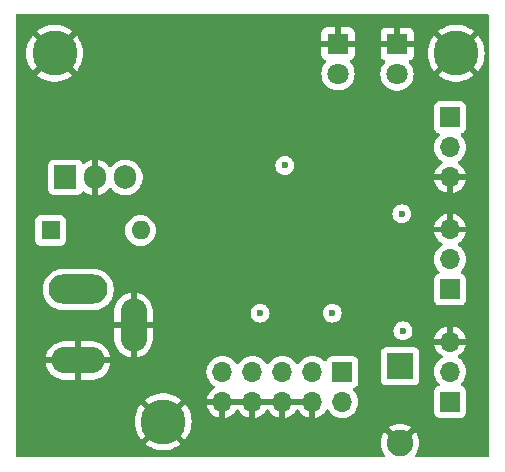
<source format=gbr>
%TF.GenerationSoftware,KiCad,Pcbnew,8.0.5*%
%TF.CreationDate,2024-11-04T19:37:10-07:00*%
%TF.ProjectId,ProjectPCB,50726f6a-6563-4745-9043-422e6b696361,rev?*%
%TF.SameCoordinates,Original*%
%TF.FileFunction,Copper,L2,Inr*%
%TF.FilePolarity,Positive*%
%FSLAX46Y46*%
G04 Gerber Fmt 4.6, Leading zero omitted, Abs format (unit mm)*
G04 Created by KiCad (PCBNEW 8.0.5) date 2024-11-04 19:37:10*
%MOMM*%
%LPD*%
G01*
G04 APERTURE LIST*
%TA.AperFunction,ComponentPad*%
%ADD10C,3.800000*%
%TD*%
%TA.AperFunction,ComponentPad*%
%ADD11O,5.000000X2.500000*%
%TD*%
%TA.AperFunction,ComponentPad*%
%ADD12O,4.500000X2.250000*%
%TD*%
%TA.AperFunction,ComponentPad*%
%ADD13O,2.250000X4.500000*%
%TD*%
%TA.AperFunction,ComponentPad*%
%ADD14R,1.700000X1.700000*%
%TD*%
%TA.AperFunction,ComponentPad*%
%ADD15O,1.700000X1.700000*%
%TD*%
%TA.AperFunction,ComponentPad*%
%ADD16R,2.250000X2.250000*%
%TD*%
%TA.AperFunction,ComponentPad*%
%ADD17C,2.250000*%
%TD*%
%TA.AperFunction,ComponentPad*%
%ADD18R,1.600000X1.600000*%
%TD*%
%TA.AperFunction,ComponentPad*%
%ADD19O,1.600000X1.600000*%
%TD*%
%TA.AperFunction,ComponentPad*%
%ADD20R,1.905000X2.000000*%
%TD*%
%TA.AperFunction,ComponentPad*%
%ADD21O,1.905000X2.000000*%
%TD*%
%TA.AperFunction,ComponentPad*%
%ADD22R,1.800000X1.800000*%
%TD*%
%TA.AperFunction,ComponentPad*%
%ADD23C,1.800000*%
%TD*%
%TA.AperFunction,ViaPad*%
%ADD24C,0.600000*%
%TD*%
G04 APERTURE END LIST*
D10*
%TO.N,GND*%
%TO.C,H3*%
X158000000Y-86000000D03*
%TD*%
%TO.N,GND*%
%TO.C,H2*%
X133200000Y-117200000D03*
%TD*%
%TO.N,GND*%
%TO.C,H1*%
X124000000Y-86000000D03*
%TD*%
D11*
%TO.N,Net-(SW2-A)*%
%TO.C,J5*%
X126000000Y-106000000D03*
D12*
%TO.N,GND*%
X126000000Y-112000000D03*
D13*
X130700000Y-109000000D03*
%TD*%
D14*
%TO.N,Net-(J3-Pin_1)*%
%TO.C,J3*%
X157500000Y-106000000D03*
D15*
%TO.N,Net-(J3-Pin_2)*%
X157500000Y-103460000D03*
%TO.N,GND*%
X157500000Y-100920000D03*
%TD*%
D16*
%TO.N,Net-(J1-Pin_5)*%
%TO.C,SW1*%
X153250000Y-112500000D03*
D17*
%TO.N,GND*%
X153250000Y-119000000D03*
%TD*%
D18*
%TO.N,Net-(SW2-A)*%
%TO.C,SW2*%
X123660000Y-101000000D03*
D19*
%TO.N,Net-(SW2-B)*%
X131280000Y-101000000D03*
%TD*%
D14*
%TO.N,Net-(J1-Pin_1)*%
%TO.C,J1*%
X148375000Y-112975000D03*
D15*
%TO.N,+5V*%
X148375000Y-115515000D03*
%TO.N,unconnected-(J1-Pin_3-Pad3)*%
X145835000Y-112975000D03*
%TO.N,GND*%
X145835000Y-115515000D03*
%TO.N,Net-(J1-Pin_5)*%
X143295000Y-112975000D03*
%TO.N,GND*%
X143295000Y-115515000D03*
%TO.N,Net-(J1-Pin_7)*%
X140755000Y-112975000D03*
%TO.N,GND*%
X140755000Y-115515000D03*
%TO.N,Net-(J1-Pin_9)*%
X138215000Y-112975000D03*
%TO.N,GND*%
X138215000Y-115515000D03*
%TD*%
D20*
%TO.N,Net-(SW2-B)*%
%TO.C,U2*%
X124920000Y-96500000D03*
D21*
%TO.N,GND*%
X127460000Y-96500000D03*
%TO.N,+5V*%
X130000000Y-96500000D03*
%TD*%
D14*
%TO.N,+5V*%
%TO.C,J2*%
X157500000Y-115500000D03*
D15*
%TO.N,Net-(J2-Pin_2)*%
X157500000Y-112960000D03*
%TO.N,GND*%
X157500000Y-110420000D03*
%TD*%
D22*
%TO.N,GND*%
%TO.C,D2*%
X153000000Y-85225000D03*
D23*
%TO.N,Net-(D2-A)*%
X153000000Y-87765000D03*
%TD*%
D22*
%TO.N,GND*%
%TO.C,D1*%
X148000000Y-85185000D03*
D23*
%TO.N,Net-(D1-A)*%
X148000000Y-87725000D03*
%TD*%
D14*
%TO.N,Net-(J4-Pin_1)*%
%TO.C,J4*%
X157500000Y-91420000D03*
D15*
%TO.N,+5V*%
X157500000Y-93960000D03*
%TO.N,GND*%
X157500000Y-96500000D03*
%TD*%
D24*
%TO.N,GND*%
X141500000Y-95500000D03*
X143400000Y-108000000D03*
%TO.N,+5V*%
X141400000Y-108000000D03*
X143500000Y-95500000D03*
X153400000Y-99600000D03*
X153500000Y-109500000D03*
%TO.N,Net-(J2-Pin_2)*%
X147500000Y-108000000D03*
%TD*%
%TA.AperFunction,Conductor*%
%TO.N,GND*%
G36*
X140289075Y-115322007D02*
G01*
X140255000Y-115449174D01*
X140255000Y-115580826D01*
X140289075Y-115707993D01*
X140321988Y-115765000D01*
X138648012Y-115765000D01*
X138680925Y-115707993D01*
X138715000Y-115580826D01*
X138715000Y-115449174D01*
X138680925Y-115322007D01*
X138648012Y-115265000D01*
X140321988Y-115265000D01*
X140289075Y-115322007D01*
G37*
%TD.AperFunction*%
%TA.AperFunction,Conductor*%
G36*
X142829075Y-115322007D02*
G01*
X142795000Y-115449174D01*
X142795000Y-115580826D01*
X142829075Y-115707993D01*
X142861988Y-115765000D01*
X141188012Y-115765000D01*
X141220925Y-115707993D01*
X141255000Y-115580826D01*
X141255000Y-115449174D01*
X141220925Y-115322007D01*
X141188012Y-115265000D01*
X142861988Y-115265000D01*
X142829075Y-115322007D01*
G37*
%TD.AperFunction*%
%TA.AperFunction,Conductor*%
G36*
X145369075Y-115322007D02*
G01*
X145335000Y-115449174D01*
X145335000Y-115580826D01*
X145369075Y-115707993D01*
X145401988Y-115765000D01*
X143728012Y-115765000D01*
X143760925Y-115707993D01*
X143795000Y-115580826D01*
X143795000Y-115449174D01*
X143760925Y-115322007D01*
X143728012Y-115265000D01*
X145401988Y-115265000D01*
X145369075Y-115322007D01*
G37*
%TD.AperFunction*%
%TA.AperFunction,Conductor*%
G36*
X160742539Y-82720185D02*
G01*
X160788294Y-82772989D01*
X160799500Y-82824500D01*
X160799500Y-120075500D01*
X160779815Y-120142539D01*
X160727011Y-120188294D01*
X160675500Y-120199500D01*
X154631524Y-120199500D01*
X154564485Y-120179815D01*
X154518730Y-120127011D01*
X154508786Y-120057853D01*
X154537233Y-119994969D01*
X154568720Y-119958101D01*
X154568721Y-119958100D01*
X154702363Y-119740015D01*
X154702365Y-119740012D01*
X154800247Y-119503702D01*
X154859957Y-119254989D01*
X154880024Y-119000000D01*
X154859957Y-118745010D01*
X154800247Y-118496297D01*
X154702365Y-118259987D01*
X154702363Y-118259984D01*
X154568719Y-118041897D01*
X154565465Y-118038087D01*
X153851041Y-118752510D01*
X153826022Y-118692110D01*
X153754888Y-118585649D01*
X153664351Y-118495112D01*
X153557890Y-118423978D01*
X153497488Y-118398958D01*
X154211912Y-117684533D01*
X154208107Y-117681284D01*
X154208098Y-117681277D01*
X153990015Y-117547636D01*
X153990012Y-117547634D01*
X153753702Y-117449752D01*
X153504988Y-117390042D01*
X153504989Y-117390042D01*
X153250000Y-117369975D01*
X152995010Y-117390042D01*
X152746297Y-117449752D01*
X152509987Y-117547634D01*
X152509984Y-117547636D01*
X152291893Y-117681282D01*
X152288086Y-117684532D01*
X153002512Y-118398958D01*
X152942110Y-118423978D01*
X152835649Y-118495112D01*
X152745112Y-118585649D01*
X152673978Y-118692110D01*
X152648958Y-118752512D01*
X151934532Y-118038086D01*
X151931282Y-118041893D01*
X151797636Y-118259984D01*
X151797634Y-118259987D01*
X151699752Y-118496297D01*
X151640042Y-118745010D01*
X151619975Y-119000000D01*
X151640042Y-119254989D01*
X151699752Y-119503702D01*
X151797634Y-119740012D01*
X151797636Y-119740015D01*
X151931278Y-119958100D01*
X151931279Y-119958101D01*
X151962767Y-119994969D01*
X151991337Y-120058730D01*
X151980899Y-120127816D01*
X151934768Y-120180292D01*
X151868476Y-120199500D01*
X120824500Y-120199500D01*
X120757461Y-120179815D01*
X120711706Y-120127011D01*
X120700500Y-120075500D01*
X120700500Y-117199994D01*
X130795255Y-117199994D01*
X130795255Y-117200005D01*
X130814215Y-117501383D01*
X130814216Y-117501390D01*
X130870805Y-117798040D01*
X130964125Y-118085247D01*
X130964127Y-118085252D01*
X131092704Y-118358491D01*
X131092707Y-118358497D01*
X131254516Y-118613469D01*
X131335311Y-118711133D01*
X132263708Y-117782736D01*
X132360967Y-117916602D01*
X132483398Y-118039033D01*
X132617262Y-118136290D01*
X131686564Y-119066987D01*
X131686565Y-119066989D01*
X131911461Y-119230385D01*
X131911479Y-119230397D01*
X132176109Y-119375878D01*
X132176117Y-119375882D01*
X132456889Y-119487047D01*
X132456892Y-119487048D01*
X132749399Y-119562150D01*
X133048995Y-119599999D01*
X133049007Y-119600000D01*
X133350993Y-119600000D01*
X133351004Y-119599999D01*
X133650600Y-119562150D01*
X133943107Y-119487048D01*
X133943110Y-119487047D01*
X134223882Y-119375882D01*
X134223890Y-119375878D01*
X134488520Y-119230397D01*
X134488530Y-119230390D01*
X134713433Y-119066987D01*
X134713434Y-119066987D01*
X133782737Y-118136290D01*
X133916602Y-118039033D01*
X134039033Y-117916602D01*
X134136290Y-117782737D01*
X135064687Y-118711134D01*
X135145486Y-118613464D01*
X135307292Y-118358497D01*
X135307295Y-118358491D01*
X135435872Y-118085252D01*
X135435874Y-118085247D01*
X135529194Y-117798040D01*
X135585783Y-117501390D01*
X135585784Y-117501383D01*
X135604745Y-117200005D01*
X135604745Y-117199994D01*
X135585784Y-116898616D01*
X135585783Y-116898609D01*
X135529194Y-116601959D01*
X135435874Y-116314752D01*
X135435872Y-116314747D01*
X135307295Y-116041508D01*
X135307292Y-116041502D01*
X135145483Y-115786530D01*
X135064686Y-115688864D01*
X134136289Y-116617261D01*
X134039033Y-116483398D01*
X133916602Y-116360967D01*
X133782736Y-116263709D01*
X134713434Y-115333011D01*
X134713433Y-115333009D01*
X134488538Y-115169614D01*
X134488520Y-115169602D01*
X134223890Y-115024121D01*
X134223882Y-115024117D01*
X133943110Y-114912952D01*
X133943107Y-114912951D01*
X133650600Y-114837849D01*
X133351004Y-114800000D01*
X133048995Y-114800000D01*
X132749399Y-114837849D01*
X132456892Y-114912951D01*
X132456889Y-114912952D01*
X132176117Y-115024117D01*
X132176109Y-115024121D01*
X131911476Y-115169604D01*
X131911471Y-115169607D01*
X131686565Y-115333010D01*
X131686564Y-115333011D01*
X132617262Y-116263709D01*
X132483398Y-116360967D01*
X132360967Y-116483398D01*
X132263709Y-116617262D01*
X131335311Y-115688864D01*
X131254520Y-115786525D01*
X131254518Y-115786528D01*
X131092707Y-116041502D01*
X131092704Y-116041508D01*
X130964127Y-116314747D01*
X130964125Y-116314752D01*
X130870805Y-116601959D01*
X130814216Y-116898609D01*
X130814215Y-116898616D01*
X130795255Y-117199994D01*
X120700500Y-117199994D01*
X120700500Y-111750000D01*
X123269340Y-111750000D01*
X124566988Y-111750000D01*
X124534075Y-111807007D01*
X124500000Y-111934174D01*
X124500000Y-112065826D01*
X124534075Y-112192993D01*
X124566988Y-112250000D01*
X123269340Y-112250000D01*
X123290013Y-112380523D01*
X123369051Y-112623781D01*
X123369052Y-112623784D01*
X123485175Y-112851686D01*
X123635521Y-113058619D01*
X123816380Y-113239478D01*
X124023313Y-113389824D01*
X124251215Y-113505947D01*
X124251218Y-113505948D01*
X124494476Y-113584986D01*
X124747111Y-113625000D01*
X125750000Y-113625000D01*
X125750000Y-112500000D01*
X126250000Y-112500000D01*
X126250000Y-113625000D01*
X127252889Y-113625000D01*
X127505523Y-113584986D01*
X127748781Y-113505948D01*
X127748784Y-113505947D01*
X127976686Y-113389824D01*
X128183619Y-113239478D01*
X128364478Y-113058619D01*
X128425232Y-112974999D01*
X136859341Y-112974999D01*
X136859341Y-112975000D01*
X136879936Y-113210403D01*
X136879938Y-113210413D01*
X136941094Y-113438655D01*
X136941096Y-113438659D01*
X136941097Y-113438663D01*
X136972473Y-113505948D01*
X137040965Y-113652830D01*
X137040967Y-113652834D01*
X137149281Y-113807521D01*
X137176501Y-113846396D01*
X137176506Y-113846402D01*
X137343597Y-114013493D01*
X137343603Y-114013498D01*
X137420480Y-114067328D01*
X137444777Y-114084341D01*
X137529594Y-114143730D01*
X137573219Y-114198307D01*
X137580413Y-114267805D01*
X137548890Y-114330160D01*
X137529595Y-114346880D01*
X137343922Y-114476890D01*
X137343920Y-114476891D01*
X137176891Y-114643920D01*
X137176886Y-114643926D01*
X137041400Y-114837420D01*
X137041399Y-114837422D01*
X136941570Y-115051507D01*
X136941567Y-115051513D01*
X136884364Y-115264999D01*
X136884364Y-115265000D01*
X137781988Y-115265000D01*
X137749075Y-115322007D01*
X137715000Y-115449174D01*
X137715000Y-115580826D01*
X137749075Y-115707993D01*
X137781988Y-115765000D01*
X136884364Y-115765000D01*
X136941567Y-115978486D01*
X136941570Y-115978492D01*
X137041399Y-116192578D01*
X137176894Y-116386082D01*
X137343917Y-116553105D01*
X137537421Y-116688600D01*
X137751507Y-116788429D01*
X137751516Y-116788433D01*
X137965000Y-116845634D01*
X137965000Y-115948012D01*
X138022007Y-115980925D01*
X138149174Y-116015000D01*
X138280826Y-116015000D01*
X138407993Y-115980925D01*
X138465000Y-115948012D01*
X138465000Y-116845633D01*
X138678483Y-116788433D01*
X138678492Y-116788429D01*
X138892578Y-116688600D01*
X139086082Y-116553105D01*
X139253105Y-116386082D01*
X139383425Y-116199968D01*
X139438002Y-116156344D01*
X139507501Y-116149151D01*
X139569855Y-116180673D01*
X139586575Y-116199968D01*
X139716894Y-116386082D01*
X139883917Y-116553105D01*
X140077421Y-116688600D01*
X140291507Y-116788429D01*
X140291516Y-116788433D01*
X140505000Y-116845634D01*
X140505000Y-115948012D01*
X140562007Y-115980925D01*
X140689174Y-116015000D01*
X140820826Y-116015000D01*
X140947993Y-115980925D01*
X141005000Y-115948012D01*
X141005000Y-116845633D01*
X141218483Y-116788433D01*
X141218492Y-116788429D01*
X141432578Y-116688600D01*
X141626082Y-116553105D01*
X141793105Y-116386082D01*
X141923425Y-116199968D01*
X141978002Y-116156344D01*
X142047501Y-116149151D01*
X142109855Y-116180673D01*
X142126575Y-116199968D01*
X142256894Y-116386082D01*
X142423917Y-116553105D01*
X142617421Y-116688600D01*
X142831507Y-116788429D01*
X142831516Y-116788433D01*
X143045000Y-116845634D01*
X143045000Y-115948012D01*
X143102007Y-115980925D01*
X143229174Y-116015000D01*
X143360826Y-116015000D01*
X143487993Y-115980925D01*
X143545000Y-115948012D01*
X143545000Y-116845633D01*
X143758483Y-116788433D01*
X143758492Y-116788429D01*
X143972578Y-116688600D01*
X144166082Y-116553105D01*
X144333105Y-116386082D01*
X144463425Y-116199968D01*
X144518002Y-116156344D01*
X144587501Y-116149151D01*
X144649855Y-116180673D01*
X144666575Y-116199968D01*
X144796894Y-116386082D01*
X144963917Y-116553105D01*
X145157421Y-116688600D01*
X145371507Y-116788429D01*
X145371516Y-116788433D01*
X145585000Y-116845634D01*
X145585000Y-115948012D01*
X145642007Y-115980925D01*
X145769174Y-116015000D01*
X145900826Y-116015000D01*
X146027993Y-115980925D01*
X146085000Y-115948012D01*
X146085000Y-116845633D01*
X146298483Y-116788433D01*
X146298492Y-116788429D01*
X146512578Y-116688600D01*
X146706082Y-116553105D01*
X146873105Y-116386082D01*
X147003119Y-116200405D01*
X147057696Y-116156781D01*
X147127195Y-116149588D01*
X147189549Y-116181110D01*
X147206269Y-116200405D01*
X147336505Y-116386401D01*
X147503599Y-116553495D01*
X147572813Y-116601959D01*
X147697165Y-116689032D01*
X147697167Y-116689033D01*
X147697170Y-116689035D01*
X147911337Y-116788903D01*
X148139592Y-116850063D01*
X148327918Y-116866539D01*
X148374999Y-116870659D01*
X148375000Y-116870659D01*
X148375001Y-116870659D01*
X148414234Y-116867226D01*
X148610408Y-116850063D01*
X148838663Y-116788903D01*
X149052830Y-116689035D01*
X149246401Y-116553495D01*
X149413495Y-116386401D01*
X149549035Y-116192830D01*
X149648903Y-115978663D01*
X149710063Y-115750408D01*
X149730659Y-115515000D01*
X149710063Y-115279592D01*
X149648903Y-115051337D01*
X149549035Y-114837171D01*
X149543730Y-114829595D01*
X149413496Y-114643600D01*
X149372012Y-114602116D01*
X149291567Y-114521671D01*
X149258084Y-114460351D01*
X149263068Y-114390659D01*
X149304939Y-114334725D01*
X149335915Y-114317810D01*
X149467331Y-114268796D01*
X149582546Y-114182546D01*
X149668796Y-114067331D01*
X149719091Y-113932483D01*
X149725500Y-113872873D01*
X149725499Y-112077128D01*
X149719091Y-112017517D01*
X149717810Y-112014083D01*
X149668797Y-111882671D01*
X149668793Y-111882664D01*
X149582547Y-111767455D01*
X149582544Y-111767452D01*
X149467335Y-111681206D01*
X149467328Y-111681202D01*
X149332482Y-111630908D01*
X149332483Y-111630908D01*
X149272883Y-111624501D01*
X149272881Y-111624500D01*
X149272873Y-111624500D01*
X149272864Y-111624500D01*
X147477129Y-111624500D01*
X147477123Y-111624501D01*
X147417516Y-111630908D01*
X147282671Y-111681202D01*
X147282664Y-111681206D01*
X147167455Y-111767452D01*
X147167452Y-111767455D01*
X147081206Y-111882664D01*
X147081203Y-111882669D01*
X147032189Y-112014083D01*
X146990317Y-112070016D01*
X146924853Y-112094433D01*
X146856580Y-112079581D01*
X146828326Y-112058430D01*
X146706402Y-111936506D01*
X146706395Y-111936501D01*
X146512834Y-111800967D01*
X146512830Y-111800965D01*
X146456181Y-111774549D01*
X146298663Y-111701097D01*
X146298659Y-111701096D01*
X146298655Y-111701094D01*
X146070413Y-111639938D01*
X146070403Y-111639936D01*
X145835001Y-111619341D01*
X145834999Y-111619341D01*
X145599596Y-111639936D01*
X145599586Y-111639938D01*
X145371344Y-111701094D01*
X145371335Y-111701098D01*
X145157171Y-111800964D01*
X145157169Y-111800965D01*
X144963597Y-111936505D01*
X144796505Y-112103597D01*
X144666575Y-112289158D01*
X144611998Y-112332783D01*
X144542500Y-112339977D01*
X144480145Y-112308454D01*
X144463425Y-112289158D01*
X144333494Y-112103597D01*
X144166402Y-111936506D01*
X144166395Y-111936501D01*
X143972834Y-111800967D01*
X143972830Y-111800965D01*
X143916181Y-111774549D01*
X143758663Y-111701097D01*
X143758659Y-111701096D01*
X143758655Y-111701094D01*
X143530413Y-111639938D01*
X143530403Y-111639936D01*
X143295001Y-111619341D01*
X143294999Y-111619341D01*
X143059596Y-111639936D01*
X143059586Y-111639938D01*
X142831344Y-111701094D01*
X142831335Y-111701098D01*
X142617171Y-111800964D01*
X142617169Y-111800965D01*
X142423597Y-111936505D01*
X142256505Y-112103597D01*
X142126575Y-112289158D01*
X142071998Y-112332783D01*
X142002500Y-112339977D01*
X141940145Y-112308454D01*
X141923425Y-112289158D01*
X141793494Y-112103597D01*
X141626402Y-111936506D01*
X141626395Y-111936501D01*
X141432834Y-111800967D01*
X141432830Y-111800965D01*
X141376181Y-111774549D01*
X141218663Y-111701097D01*
X141218659Y-111701096D01*
X141218655Y-111701094D01*
X140990413Y-111639938D01*
X140990403Y-111639936D01*
X140755001Y-111619341D01*
X140754999Y-111619341D01*
X140519596Y-111639936D01*
X140519586Y-111639938D01*
X140291344Y-111701094D01*
X140291335Y-111701098D01*
X140077171Y-111800964D01*
X140077169Y-111800965D01*
X139883597Y-111936505D01*
X139716505Y-112103597D01*
X139586575Y-112289158D01*
X139531998Y-112332783D01*
X139462500Y-112339977D01*
X139400145Y-112308454D01*
X139383425Y-112289158D01*
X139253494Y-112103597D01*
X139086402Y-111936506D01*
X139086395Y-111936501D01*
X138892834Y-111800967D01*
X138892830Y-111800965D01*
X138836181Y-111774549D01*
X138678663Y-111701097D01*
X138678659Y-111701096D01*
X138678655Y-111701094D01*
X138450413Y-111639938D01*
X138450403Y-111639936D01*
X138215001Y-111619341D01*
X138214999Y-111619341D01*
X137979596Y-111639936D01*
X137979586Y-111639938D01*
X137751344Y-111701094D01*
X137751335Y-111701098D01*
X137537171Y-111800964D01*
X137537169Y-111800965D01*
X137343597Y-111936505D01*
X137176505Y-112103597D01*
X137040965Y-112297169D01*
X137040964Y-112297171D01*
X136941098Y-112511335D01*
X136941094Y-112511344D01*
X136879938Y-112739586D01*
X136879936Y-112739596D01*
X136859341Y-112974999D01*
X128425232Y-112974999D01*
X128514824Y-112851686D01*
X128630947Y-112623784D01*
X128630948Y-112623781D01*
X128709986Y-112380523D01*
X128730660Y-112250000D01*
X127433012Y-112250000D01*
X127465925Y-112192993D01*
X127500000Y-112065826D01*
X127500000Y-111934174D01*
X127465925Y-111807007D01*
X127433012Y-111750000D01*
X128730660Y-111750000D01*
X128709986Y-111619476D01*
X128630948Y-111376218D01*
X128630947Y-111376215D01*
X128514824Y-111148313D01*
X128364478Y-110941380D01*
X128183619Y-110760521D01*
X127976686Y-110610175D01*
X127748784Y-110494052D01*
X127748781Y-110494051D01*
X127505523Y-110415013D01*
X127252889Y-110375000D01*
X126250000Y-110375000D01*
X126250000Y-111500000D01*
X125750000Y-111500000D01*
X125750000Y-110375000D01*
X124747111Y-110375000D01*
X124494476Y-110415013D01*
X124251218Y-110494051D01*
X124251215Y-110494052D01*
X124023313Y-110610175D01*
X123816380Y-110760521D01*
X123635521Y-110941380D01*
X123485175Y-111148313D01*
X123369052Y-111376215D01*
X123369051Y-111376218D01*
X123290013Y-111619476D01*
X123269340Y-111750000D01*
X120700500Y-111750000D01*
X120700500Y-105885258D01*
X122999500Y-105885258D01*
X122999500Y-106114741D01*
X123019854Y-106269339D01*
X123029452Y-106342238D01*
X123088842Y-106563887D01*
X123176650Y-106775876D01*
X123176657Y-106775890D01*
X123291392Y-106974617D01*
X123431081Y-107156661D01*
X123431089Y-107156670D01*
X123593330Y-107318911D01*
X123593338Y-107318918D01*
X123775382Y-107458607D01*
X123775385Y-107458608D01*
X123775388Y-107458611D01*
X123974112Y-107573344D01*
X123974117Y-107573346D01*
X123974123Y-107573349D01*
X124038226Y-107599901D01*
X124186113Y-107661158D01*
X124407762Y-107720548D01*
X124635266Y-107750500D01*
X124635273Y-107750500D01*
X127364727Y-107750500D01*
X127364734Y-107750500D01*
X127390483Y-107747110D01*
X129075000Y-107747110D01*
X129075000Y-108750000D01*
X130200000Y-108750000D01*
X130200000Y-109250000D01*
X129075000Y-109250000D01*
X129075000Y-110252889D01*
X129115013Y-110505523D01*
X129194051Y-110748781D01*
X129194052Y-110748784D01*
X129310175Y-110976686D01*
X129460521Y-111183619D01*
X129641380Y-111364478D01*
X129848313Y-111514824D01*
X130076215Y-111630947D01*
X130076218Y-111630948D01*
X130319475Y-111709986D01*
X130450000Y-111730659D01*
X130450000Y-110433012D01*
X130507007Y-110465925D01*
X130634174Y-110500000D01*
X130765826Y-110500000D01*
X130892993Y-110465925D01*
X130950000Y-110433012D01*
X130950000Y-111730658D01*
X131080522Y-111709986D01*
X131080525Y-111709986D01*
X131323781Y-111630948D01*
X131323784Y-111630947D01*
X131551686Y-111514824D01*
X131758619Y-111364478D01*
X131795962Y-111327135D01*
X151624500Y-111327135D01*
X151624500Y-113672870D01*
X151624501Y-113672876D01*
X151630908Y-113732483D01*
X151681202Y-113867328D01*
X151681206Y-113867335D01*
X151767452Y-113982544D01*
X151767455Y-113982547D01*
X151882664Y-114068793D01*
X151882671Y-114068797D01*
X152017517Y-114119091D01*
X152017516Y-114119091D01*
X152024444Y-114119835D01*
X152077127Y-114125500D01*
X154422872Y-114125499D01*
X154482483Y-114119091D01*
X154617331Y-114068796D01*
X154732546Y-113982546D01*
X154818796Y-113867331D01*
X154869091Y-113732483D01*
X154875500Y-113672873D01*
X154875500Y-112959999D01*
X156144341Y-112959999D01*
X156144341Y-112960000D01*
X156164936Y-113195403D01*
X156164938Y-113195413D01*
X156226094Y-113423655D01*
X156226096Y-113423659D01*
X156226097Y-113423663D01*
X156301323Y-113584986D01*
X156325965Y-113637830D01*
X156325967Y-113637834D01*
X156434281Y-113792521D01*
X156461501Y-113831396D01*
X156461506Y-113831402D01*
X156583430Y-113953326D01*
X156616915Y-114014649D01*
X156611931Y-114084341D01*
X156570059Y-114140274D01*
X156539083Y-114157189D01*
X156407669Y-114206203D01*
X156407664Y-114206206D01*
X156292455Y-114292452D01*
X156292452Y-114292455D01*
X156206206Y-114407664D01*
X156206202Y-114407671D01*
X156155908Y-114542517D01*
X156149501Y-114602116D01*
X156149501Y-114602123D01*
X156149500Y-114602135D01*
X156149500Y-116397870D01*
X156149501Y-116397876D01*
X156155908Y-116457483D01*
X156206202Y-116592328D01*
X156206206Y-116592335D01*
X156292452Y-116707544D01*
X156292455Y-116707547D01*
X156407664Y-116793793D01*
X156407671Y-116793797D01*
X156542517Y-116844091D01*
X156542516Y-116844091D01*
X156549444Y-116844835D01*
X156602127Y-116850500D01*
X158397872Y-116850499D01*
X158457483Y-116844091D01*
X158592331Y-116793796D01*
X158707546Y-116707546D01*
X158793796Y-116592331D01*
X158844091Y-116457483D01*
X158850500Y-116397873D01*
X158850499Y-114602128D01*
X158844091Y-114542517D01*
X158825778Y-114493418D01*
X158793797Y-114407671D01*
X158793793Y-114407664D01*
X158707547Y-114292455D01*
X158707544Y-114292452D01*
X158592335Y-114206206D01*
X158592328Y-114206202D01*
X158460917Y-114157189D01*
X158404983Y-114115318D01*
X158380566Y-114049853D01*
X158395418Y-113981580D01*
X158416563Y-113953332D01*
X158538495Y-113831401D01*
X158674035Y-113637830D01*
X158773903Y-113423663D01*
X158835063Y-113195408D01*
X158855659Y-112960000D01*
X158835063Y-112724592D01*
X158777922Y-112511335D01*
X158773905Y-112496344D01*
X158773904Y-112496343D01*
X158773903Y-112496337D01*
X158674035Y-112282171D01*
X158611593Y-112192993D01*
X158538494Y-112088597D01*
X158371402Y-111921506D01*
X158371401Y-111921505D01*
X158185405Y-111791269D01*
X158141781Y-111736692D01*
X158134588Y-111667193D01*
X158166110Y-111604839D01*
X158185405Y-111588119D01*
X158371082Y-111458105D01*
X158538105Y-111291082D01*
X158673600Y-111097578D01*
X158773429Y-110883492D01*
X158773432Y-110883486D01*
X158830636Y-110670000D01*
X157933012Y-110670000D01*
X157965925Y-110612993D01*
X158000000Y-110485826D01*
X158000000Y-110354174D01*
X157965925Y-110227007D01*
X157933012Y-110170000D01*
X158830636Y-110170000D01*
X158830635Y-110169999D01*
X158773432Y-109956513D01*
X158773429Y-109956507D01*
X158673600Y-109742422D01*
X158673599Y-109742420D01*
X158538113Y-109548926D01*
X158538108Y-109548920D01*
X158371082Y-109381894D01*
X158177578Y-109246399D01*
X157963492Y-109146570D01*
X157963486Y-109146567D01*
X157750000Y-109089364D01*
X157750000Y-109986988D01*
X157692993Y-109954075D01*
X157565826Y-109920000D01*
X157434174Y-109920000D01*
X157307007Y-109954075D01*
X157250000Y-109986988D01*
X157250000Y-109089364D01*
X157249999Y-109089364D01*
X157036513Y-109146567D01*
X157036507Y-109146570D01*
X156822422Y-109246399D01*
X156822420Y-109246400D01*
X156628926Y-109381886D01*
X156628920Y-109381891D01*
X156461891Y-109548920D01*
X156461886Y-109548926D01*
X156326400Y-109742420D01*
X156326399Y-109742422D01*
X156226570Y-109956507D01*
X156226567Y-109956513D01*
X156169364Y-110169999D01*
X156169364Y-110170000D01*
X157066988Y-110170000D01*
X157034075Y-110227007D01*
X157000000Y-110354174D01*
X157000000Y-110485826D01*
X157034075Y-110612993D01*
X157066988Y-110670000D01*
X156169364Y-110670000D01*
X156226567Y-110883486D01*
X156226570Y-110883492D01*
X156326399Y-111097578D01*
X156461894Y-111291082D01*
X156628917Y-111458105D01*
X156814595Y-111588119D01*
X156858219Y-111642696D01*
X156865412Y-111712195D01*
X156833890Y-111774549D01*
X156814595Y-111791269D01*
X156628594Y-111921508D01*
X156461505Y-112088597D01*
X156325965Y-112282169D01*
X156325964Y-112282171D01*
X156226098Y-112496335D01*
X156226094Y-112496344D01*
X156164938Y-112724586D01*
X156164936Y-112724596D01*
X156144341Y-112959999D01*
X154875500Y-112959999D01*
X154875499Y-111327128D01*
X154869091Y-111267517D01*
X154818796Y-111132669D01*
X154818795Y-111132668D01*
X154818793Y-111132664D01*
X154732547Y-111017455D01*
X154732544Y-111017452D01*
X154617335Y-110931206D01*
X154617328Y-110931202D01*
X154482482Y-110880908D01*
X154482483Y-110880908D01*
X154422883Y-110874501D01*
X154422881Y-110874500D01*
X154422873Y-110874500D01*
X154422864Y-110874500D01*
X152077129Y-110874500D01*
X152077123Y-110874501D01*
X152017516Y-110880908D01*
X151882671Y-110931202D01*
X151882664Y-110931206D01*
X151767455Y-111017452D01*
X151767452Y-111017455D01*
X151681206Y-111132664D01*
X151681202Y-111132671D01*
X151630908Y-111267517D01*
X151628375Y-111291082D01*
X151624501Y-111327123D01*
X151624500Y-111327135D01*
X131795962Y-111327135D01*
X131939478Y-111183619D01*
X132089824Y-110976686D01*
X132205947Y-110748784D01*
X132205948Y-110748781D01*
X132284986Y-110505523D01*
X132325000Y-110252889D01*
X132325000Y-109499996D01*
X152694435Y-109499996D01*
X152694435Y-109500003D01*
X152714630Y-109679249D01*
X152714631Y-109679254D01*
X152774211Y-109849523D01*
X152818495Y-109920000D01*
X152870184Y-110002262D01*
X152997738Y-110129816D01*
X153088080Y-110186582D01*
X153098283Y-110192993D01*
X153150478Y-110225789D01*
X153320745Y-110285368D01*
X153320750Y-110285369D01*
X153499996Y-110305565D01*
X153500000Y-110305565D01*
X153500004Y-110305565D01*
X153679249Y-110285369D01*
X153679252Y-110285368D01*
X153679255Y-110285368D01*
X153849522Y-110225789D01*
X154002262Y-110129816D01*
X154129816Y-110002262D01*
X154225789Y-109849522D01*
X154285368Y-109679255D01*
X154285369Y-109679249D01*
X154305565Y-109500003D01*
X154305565Y-109499996D01*
X154285369Y-109320750D01*
X154285368Y-109320745D01*
X154260613Y-109250000D01*
X154225789Y-109150478D01*
X154223333Y-109146570D01*
X154129815Y-108997737D01*
X154002262Y-108870184D01*
X153849523Y-108774211D01*
X153679254Y-108714631D01*
X153679249Y-108714630D01*
X153500004Y-108694435D01*
X153499996Y-108694435D01*
X153320750Y-108714630D01*
X153320745Y-108714631D01*
X153150476Y-108774211D01*
X152997737Y-108870184D01*
X152870184Y-108997737D01*
X152774211Y-109150476D01*
X152714631Y-109320745D01*
X152714630Y-109320750D01*
X152694435Y-109499996D01*
X132325000Y-109499996D01*
X132325000Y-109250000D01*
X131200000Y-109250000D01*
X131200000Y-108750000D01*
X132325000Y-108750000D01*
X132325000Y-107999996D01*
X140594435Y-107999996D01*
X140594435Y-108000003D01*
X140614630Y-108179249D01*
X140614631Y-108179254D01*
X140674211Y-108349523D01*
X140770184Y-108502262D01*
X140897738Y-108629816D01*
X140988080Y-108686582D01*
X141032721Y-108714632D01*
X141050478Y-108725789D01*
X141188860Y-108774211D01*
X141220745Y-108785368D01*
X141220750Y-108785369D01*
X141399996Y-108805565D01*
X141400000Y-108805565D01*
X141400004Y-108805565D01*
X141579249Y-108785369D01*
X141579252Y-108785368D01*
X141579255Y-108785368D01*
X141749522Y-108725789D01*
X141902262Y-108629816D01*
X142029816Y-108502262D01*
X142125789Y-108349522D01*
X142185368Y-108179255D01*
X142205565Y-108000000D01*
X142205565Y-107999996D01*
X146694435Y-107999996D01*
X146694435Y-108000003D01*
X146714630Y-108179249D01*
X146714631Y-108179254D01*
X146774211Y-108349523D01*
X146870184Y-108502262D01*
X146997738Y-108629816D01*
X147088080Y-108686582D01*
X147132721Y-108714632D01*
X147150478Y-108725789D01*
X147288860Y-108774211D01*
X147320745Y-108785368D01*
X147320750Y-108785369D01*
X147499996Y-108805565D01*
X147500000Y-108805565D01*
X147500004Y-108805565D01*
X147679249Y-108785369D01*
X147679252Y-108785368D01*
X147679255Y-108785368D01*
X147849522Y-108725789D01*
X148002262Y-108629816D01*
X148129816Y-108502262D01*
X148225789Y-108349522D01*
X148285368Y-108179255D01*
X148305565Y-108000000D01*
X148298148Y-107934174D01*
X148285369Y-107820750D01*
X148285368Y-107820745D01*
X148259602Y-107747110D01*
X148225789Y-107650478D01*
X148129816Y-107497738D01*
X148002262Y-107370184D01*
X147970932Y-107350498D01*
X147849523Y-107274211D01*
X147679254Y-107214631D01*
X147679249Y-107214630D01*
X147500004Y-107194435D01*
X147499996Y-107194435D01*
X147320750Y-107214630D01*
X147320745Y-107214631D01*
X147150476Y-107274211D01*
X146997737Y-107370184D01*
X146870184Y-107497737D01*
X146774211Y-107650476D01*
X146714631Y-107820745D01*
X146714630Y-107820750D01*
X146694435Y-107999996D01*
X142205565Y-107999996D01*
X142198148Y-107934174D01*
X142185369Y-107820750D01*
X142185368Y-107820745D01*
X142159602Y-107747110D01*
X142125789Y-107650478D01*
X142029816Y-107497738D01*
X141902262Y-107370184D01*
X141870932Y-107350498D01*
X141749523Y-107274211D01*
X141579254Y-107214631D01*
X141579249Y-107214630D01*
X141400004Y-107194435D01*
X141399996Y-107194435D01*
X141220750Y-107214630D01*
X141220745Y-107214631D01*
X141050476Y-107274211D01*
X140897737Y-107370184D01*
X140770184Y-107497737D01*
X140674211Y-107650476D01*
X140614631Y-107820745D01*
X140614630Y-107820750D01*
X140594435Y-107999996D01*
X132325000Y-107999996D01*
X132325000Y-107747110D01*
X132284986Y-107494476D01*
X132205948Y-107251218D01*
X132205947Y-107251215D01*
X132089824Y-107023313D01*
X131939478Y-106816380D01*
X131758619Y-106635521D01*
X131551686Y-106485175D01*
X131323784Y-106369052D01*
X131323781Y-106369051D01*
X131080523Y-106290013D01*
X130950000Y-106269339D01*
X130950000Y-107566988D01*
X130892993Y-107534075D01*
X130765826Y-107500000D01*
X130634174Y-107500000D01*
X130507007Y-107534075D01*
X130450000Y-107566988D01*
X130450000Y-106269339D01*
X130319476Y-106290013D01*
X130076218Y-106369051D01*
X130076215Y-106369052D01*
X129848313Y-106485175D01*
X129641380Y-106635521D01*
X129460521Y-106816380D01*
X129310175Y-107023313D01*
X129194052Y-107251215D01*
X129194051Y-107251218D01*
X129115013Y-107494476D01*
X129075000Y-107747110D01*
X127390483Y-107747110D01*
X127592238Y-107720548D01*
X127813887Y-107661158D01*
X128025888Y-107573344D01*
X128224612Y-107458611D01*
X128406661Y-107318919D01*
X128406665Y-107318914D01*
X128406670Y-107318911D01*
X128568911Y-107156670D01*
X128568914Y-107156665D01*
X128568919Y-107156661D01*
X128708611Y-106974612D01*
X128823344Y-106775888D01*
X128911158Y-106563887D01*
X128970548Y-106342238D01*
X129000500Y-106114734D01*
X129000500Y-105885266D01*
X128970548Y-105657762D01*
X128911158Y-105436113D01*
X128823344Y-105224112D01*
X128708611Y-105025388D01*
X128708608Y-105025385D01*
X128708607Y-105025382D01*
X128568918Y-104843338D01*
X128568911Y-104843330D01*
X128406670Y-104681089D01*
X128406661Y-104681081D01*
X128224617Y-104541392D01*
X128025890Y-104426657D01*
X128025876Y-104426650D01*
X127813887Y-104338842D01*
X127786094Y-104331395D01*
X127592238Y-104279452D01*
X127554215Y-104274446D01*
X127364741Y-104249500D01*
X127364734Y-104249500D01*
X124635266Y-104249500D01*
X124635258Y-104249500D01*
X124418715Y-104278009D01*
X124407762Y-104279452D01*
X124314076Y-104304554D01*
X124186112Y-104338842D01*
X123974123Y-104426650D01*
X123974109Y-104426657D01*
X123775382Y-104541392D01*
X123593338Y-104681081D01*
X123431081Y-104843338D01*
X123291392Y-105025382D01*
X123176657Y-105224109D01*
X123176650Y-105224123D01*
X123088842Y-105436112D01*
X123029453Y-105657759D01*
X123029451Y-105657770D01*
X122999500Y-105885258D01*
X120700500Y-105885258D01*
X120700500Y-103459999D01*
X156144341Y-103459999D01*
X156144341Y-103460000D01*
X156164936Y-103695403D01*
X156164938Y-103695413D01*
X156226094Y-103923655D01*
X156226096Y-103923659D01*
X156226097Y-103923663D01*
X156325965Y-104137830D01*
X156325967Y-104137834D01*
X156404157Y-104249500D01*
X156461501Y-104331396D01*
X156461506Y-104331402D01*
X156583430Y-104453326D01*
X156616915Y-104514649D01*
X156611931Y-104584341D01*
X156570059Y-104640274D01*
X156539083Y-104657189D01*
X156407669Y-104706203D01*
X156407664Y-104706206D01*
X156292455Y-104792452D01*
X156292452Y-104792455D01*
X156206206Y-104907664D01*
X156206202Y-104907671D01*
X156155908Y-105042517D01*
X156149501Y-105102116D01*
X156149501Y-105102123D01*
X156149500Y-105102135D01*
X156149500Y-106897870D01*
X156149501Y-106897876D01*
X156155908Y-106957483D01*
X156206202Y-107092328D01*
X156206206Y-107092335D01*
X156292452Y-107207544D01*
X156292455Y-107207547D01*
X156407664Y-107293793D01*
X156407671Y-107293797D01*
X156542517Y-107344091D01*
X156542516Y-107344091D01*
X156549444Y-107344835D01*
X156602127Y-107350500D01*
X158397872Y-107350499D01*
X158457483Y-107344091D01*
X158592331Y-107293796D01*
X158707546Y-107207546D01*
X158793796Y-107092331D01*
X158844091Y-106957483D01*
X158850500Y-106897873D01*
X158850499Y-105102128D01*
X158844091Y-105042517D01*
X158837702Y-105025388D01*
X158793797Y-104907671D01*
X158793793Y-104907664D01*
X158707547Y-104792455D01*
X158707544Y-104792452D01*
X158592335Y-104706206D01*
X158592328Y-104706202D01*
X158460917Y-104657189D01*
X158404983Y-104615318D01*
X158380566Y-104549853D01*
X158395418Y-104481580D01*
X158416563Y-104453332D01*
X158538495Y-104331401D01*
X158674035Y-104137830D01*
X158773903Y-103923663D01*
X158835063Y-103695408D01*
X158855659Y-103460000D01*
X158835063Y-103224592D01*
X158773903Y-102996337D01*
X158674035Y-102782171D01*
X158538495Y-102588599D01*
X158538494Y-102588597D01*
X158371402Y-102421506D01*
X158371401Y-102421505D01*
X158185405Y-102291269D01*
X158141781Y-102236692D01*
X158134588Y-102167193D01*
X158166110Y-102104839D01*
X158185405Y-102088119D01*
X158371082Y-101958105D01*
X158538105Y-101791082D01*
X158673600Y-101597578D01*
X158773429Y-101383492D01*
X158773432Y-101383486D01*
X158830636Y-101170000D01*
X157933012Y-101170000D01*
X157965925Y-101112993D01*
X158000000Y-100985826D01*
X158000000Y-100854174D01*
X157965925Y-100727007D01*
X157933012Y-100670000D01*
X158830636Y-100670000D01*
X158830635Y-100669999D01*
X158773432Y-100456513D01*
X158773429Y-100456507D01*
X158673600Y-100242422D01*
X158673599Y-100242420D01*
X158538113Y-100048926D01*
X158538108Y-100048920D01*
X158371082Y-99881894D01*
X158177578Y-99746399D01*
X157963492Y-99646570D01*
X157963486Y-99646567D01*
X157750000Y-99589364D01*
X157750000Y-100486988D01*
X157692993Y-100454075D01*
X157565826Y-100420000D01*
X157434174Y-100420000D01*
X157307007Y-100454075D01*
X157250000Y-100486988D01*
X157250000Y-99589364D01*
X157249999Y-99589364D01*
X157036513Y-99646567D01*
X157036507Y-99646570D01*
X156822422Y-99746399D01*
X156822420Y-99746400D01*
X156628926Y-99881886D01*
X156628920Y-99881891D01*
X156461891Y-100048920D01*
X156461886Y-100048926D01*
X156326400Y-100242420D01*
X156326399Y-100242422D01*
X156226570Y-100456507D01*
X156226567Y-100456513D01*
X156169364Y-100669999D01*
X156169364Y-100670000D01*
X157066988Y-100670000D01*
X157034075Y-100727007D01*
X157000000Y-100854174D01*
X157000000Y-100985826D01*
X157034075Y-101112993D01*
X157066988Y-101170000D01*
X156169364Y-101170000D01*
X156226567Y-101383486D01*
X156226570Y-101383492D01*
X156326399Y-101597578D01*
X156461894Y-101791082D01*
X156628917Y-101958105D01*
X156814595Y-102088119D01*
X156858219Y-102142696D01*
X156865412Y-102212195D01*
X156833890Y-102274549D01*
X156814595Y-102291269D01*
X156628594Y-102421508D01*
X156461505Y-102588597D01*
X156325965Y-102782169D01*
X156325964Y-102782171D01*
X156226098Y-102996335D01*
X156226094Y-102996344D01*
X156164938Y-103224586D01*
X156164936Y-103224596D01*
X156144341Y-103459999D01*
X120700500Y-103459999D01*
X120700500Y-100152135D01*
X122359500Y-100152135D01*
X122359500Y-101847870D01*
X122359501Y-101847876D01*
X122365908Y-101907483D01*
X122416202Y-102042328D01*
X122416206Y-102042335D01*
X122502452Y-102157544D01*
X122502455Y-102157547D01*
X122617664Y-102243793D01*
X122617671Y-102243797D01*
X122752517Y-102294091D01*
X122752516Y-102294091D01*
X122759444Y-102294835D01*
X122812127Y-102300500D01*
X124507872Y-102300499D01*
X124567483Y-102294091D01*
X124702331Y-102243796D01*
X124817546Y-102157546D01*
X124903796Y-102042331D01*
X124954091Y-101907483D01*
X124960500Y-101847873D01*
X124960499Y-100999998D01*
X129974532Y-100999998D01*
X129974532Y-101000001D01*
X129994364Y-101226686D01*
X129994366Y-101226697D01*
X130053258Y-101446488D01*
X130053261Y-101446497D01*
X130149431Y-101652732D01*
X130149432Y-101652734D01*
X130279954Y-101839141D01*
X130440858Y-102000045D01*
X130440861Y-102000047D01*
X130627266Y-102130568D01*
X130833504Y-102226739D01*
X131053308Y-102285635D01*
X131215230Y-102299801D01*
X131279998Y-102305468D01*
X131280000Y-102305468D01*
X131280002Y-102305468D01*
X131336807Y-102300498D01*
X131506692Y-102285635D01*
X131726496Y-102226739D01*
X131932734Y-102130568D01*
X132119139Y-102000047D01*
X132280047Y-101839139D01*
X132410568Y-101652734D01*
X132506739Y-101446496D01*
X132565635Y-101226692D01*
X132585468Y-101000000D01*
X132565635Y-100773308D01*
X132506739Y-100553504D01*
X132410568Y-100347266D01*
X132280047Y-100160861D01*
X132280045Y-100160858D01*
X132119141Y-99999954D01*
X131932734Y-99869432D01*
X131932732Y-99869431D01*
X131726497Y-99773261D01*
X131726488Y-99773258D01*
X131506697Y-99714366D01*
X131506693Y-99714365D01*
X131506692Y-99714365D01*
X131506691Y-99714364D01*
X131506686Y-99714364D01*
X131280002Y-99694532D01*
X131279998Y-99694532D01*
X131053313Y-99714364D01*
X131053302Y-99714366D01*
X130833511Y-99773258D01*
X130833502Y-99773261D01*
X130627267Y-99869431D01*
X130627265Y-99869432D01*
X130440858Y-99999954D01*
X130279954Y-100160858D01*
X130149432Y-100347265D01*
X130149431Y-100347267D01*
X130053261Y-100553502D01*
X130053258Y-100553511D01*
X129994366Y-100773302D01*
X129994364Y-100773313D01*
X129974532Y-100999998D01*
X124960499Y-100999998D01*
X124960499Y-100152128D01*
X124954091Y-100092517D01*
X124937830Y-100048920D01*
X124903797Y-99957671D01*
X124903793Y-99957664D01*
X124817547Y-99842455D01*
X124817544Y-99842452D01*
X124702335Y-99756206D01*
X124702328Y-99756202D01*
X124567482Y-99705908D01*
X124567483Y-99705908D01*
X124507883Y-99699501D01*
X124507881Y-99699500D01*
X124507873Y-99699500D01*
X124507864Y-99699500D01*
X122812129Y-99699500D01*
X122812123Y-99699501D01*
X122752516Y-99705908D01*
X122617671Y-99756202D01*
X122617664Y-99756206D01*
X122502455Y-99842452D01*
X122502452Y-99842455D01*
X122416206Y-99957664D01*
X122416202Y-99957671D01*
X122365908Y-100092517D01*
X122359501Y-100152116D01*
X122359501Y-100152123D01*
X122359500Y-100152135D01*
X120700500Y-100152135D01*
X120700500Y-99599996D01*
X152594435Y-99599996D01*
X152594435Y-99600003D01*
X152614630Y-99779249D01*
X152614631Y-99779254D01*
X152674211Y-99949523D01*
X152736667Y-100048920D01*
X152770184Y-100102262D01*
X152897738Y-100229816D01*
X153050478Y-100325789D01*
X153111853Y-100347265D01*
X153220745Y-100385368D01*
X153220750Y-100385369D01*
X153399996Y-100405565D01*
X153400000Y-100405565D01*
X153400004Y-100405565D01*
X153579249Y-100385369D01*
X153579252Y-100385368D01*
X153579255Y-100385368D01*
X153749522Y-100325789D01*
X153902262Y-100229816D01*
X154029816Y-100102262D01*
X154125789Y-99949522D01*
X154185368Y-99779255D01*
X154185369Y-99779249D01*
X154205565Y-99600003D01*
X154205565Y-99599996D01*
X154185369Y-99420750D01*
X154185368Y-99420745D01*
X154125788Y-99250476D01*
X154029815Y-99097737D01*
X153902262Y-98970184D01*
X153749523Y-98874211D01*
X153579254Y-98814631D01*
X153579249Y-98814630D01*
X153400004Y-98794435D01*
X153399996Y-98794435D01*
X153220750Y-98814630D01*
X153220745Y-98814631D01*
X153050476Y-98874211D01*
X152897737Y-98970184D01*
X152770184Y-99097737D01*
X152674211Y-99250476D01*
X152614631Y-99420745D01*
X152614630Y-99420750D01*
X152594435Y-99599996D01*
X120700500Y-99599996D01*
X120700500Y-95452135D01*
X123467000Y-95452135D01*
X123467000Y-97547870D01*
X123467001Y-97547876D01*
X123473408Y-97607483D01*
X123523702Y-97742328D01*
X123523706Y-97742335D01*
X123609952Y-97857544D01*
X123609955Y-97857547D01*
X123725164Y-97943793D01*
X123725171Y-97943797D01*
X123860017Y-97994091D01*
X123860016Y-97994091D01*
X123866944Y-97994835D01*
X123919627Y-98000500D01*
X125920372Y-98000499D01*
X125979983Y-97994091D01*
X126114831Y-97943796D01*
X126230046Y-97857546D01*
X126316296Y-97742331D01*
X126326872Y-97713974D01*
X126368740Y-97658041D01*
X126434204Y-97633622D01*
X126502477Y-97648472D01*
X126515940Y-97656988D01*
X126698723Y-97789788D01*
X126902429Y-97893582D01*
X127119871Y-97964234D01*
X127210000Y-97978509D01*
X127210000Y-96990747D01*
X127247708Y-97012518D01*
X127387591Y-97050000D01*
X127532409Y-97050000D01*
X127672292Y-97012518D01*
X127710000Y-96990747D01*
X127710000Y-97978508D01*
X127800128Y-97964234D01*
X128017570Y-97893582D01*
X128221276Y-97789788D01*
X128406242Y-97655402D01*
X128567905Y-97493739D01*
X128629371Y-97409137D01*
X128684701Y-97366470D01*
X128754314Y-97360491D01*
X128816109Y-97393096D01*
X128830007Y-97409134D01*
X128891714Y-97494066D01*
X129053434Y-97655786D01*
X129238462Y-97790217D01*
X129370599Y-97857544D01*
X129442244Y-97894049D01*
X129659751Y-97964721D01*
X129659752Y-97964721D01*
X129659755Y-97964722D01*
X129885646Y-98000500D01*
X129885647Y-98000500D01*
X130114353Y-98000500D01*
X130114354Y-98000500D01*
X130340245Y-97964722D01*
X130340248Y-97964721D01*
X130340249Y-97964721D01*
X130557755Y-97894049D01*
X130557755Y-97894048D01*
X130557758Y-97894048D01*
X130761538Y-97790217D01*
X130946566Y-97655786D01*
X131108286Y-97494066D01*
X131242717Y-97309038D01*
X131346548Y-97105258D01*
X131391820Y-96965925D01*
X131417221Y-96887749D01*
X131417221Y-96887748D01*
X131417222Y-96887745D01*
X131453000Y-96661854D01*
X131453000Y-96338146D01*
X131417222Y-96112255D01*
X131417221Y-96112251D01*
X131417221Y-96112250D01*
X131346549Y-95894744D01*
X131242716Y-95690961D01*
X131234211Y-95679255D01*
X131108286Y-95505934D01*
X131102348Y-95499996D01*
X142694435Y-95499996D01*
X142694435Y-95500003D01*
X142714630Y-95679249D01*
X142714631Y-95679254D01*
X142774211Y-95849523D01*
X142860897Y-95987482D01*
X142870184Y-96002262D01*
X142997738Y-96129816D01*
X143049423Y-96162292D01*
X143098283Y-96192993D01*
X143150478Y-96225789D01*
X143320745Y-96285368D01*
X143320750Y-96285369D01*
X143499996Y-96305565D01*
X143500000Y-96305565D01*
X143500004Y-96305565D01*
X143679249Y-96285369D01*
X143679252Y-96285368D01*
X143679255Y-96285368D01*
X143849522Y-96225789D01*
X144002262Y-96129816D01*
X144129816Y-96002262D01*
X144225789Y-95849522D01*
X144285368Y-95679255D01*
X144285369Y-95679249D01*
X144305565Y-95500003D01*
X144305565Y-95499996D01*
X144285369Y-95320750D01*
X144285368Y-95320745D01*
X144225788Y-95150476D01*
X144134950Y-95005909D01*
X144129816Y-94997738D01*
X144002262Y-94870184D01*
X143940541Y-94831402D01*
X143849523Y-94774211D01*
X143679254Y-94714631D01*
X143679249Y-94714630D01*
X143500004Y-94694435D01*
X143499996Y-94694435D01*
X143320750Y-94714630D01*
X143320745Y-94714631D01*
X143150476Y-94774211D01*
X142997737Y-94870184D01*
X142870184Y-94997737D01*
X142774211Y-95150476D01*
X142714631Y-95320745D01*
X142714630Y-95320750D01*
X142694435Y-95499996D01*
X131102348Y-95499996D01*
X130946566Y-95344214D01*
X130761538Y-95209783D01*
X130709576Y-95183307D01*
X130557755Y-95105950D01*
X130340248Y-95035278D01*
X130154812Y-95005908D01*
X130114354Y-94999500D01*
X129885646Y-94999500D01*
X129845188Y-95005908D01*
X129659753Y-95035278D01*
X129659750Y-95035278D01*
X129442244Y-95105950D01*
X129238461Y-95209783D01*
X129172550Y-95257671D01*
X129053434Y-95344214D01*
X129053432Y-95344216D01*
X129053431Y-95344216D01*
X128891716Y-95505931D01*
X128891709Y-95505940D01*
X128830007Y-95590864D01*
X128774677Y-95633530D01*
X128705063Y-95639508D01*
X128643269Y-95606901D01*
X128629372Y-95590863D01*
X128567907Y-95506263D01*
X128567902Y-95506257D01*
X128406242Y-95344597D01*
X128221276Y-95210211D01*
X128017568Y-95106417D01*
X127800124Y-95035765D01*
X127710000Y-95021490D01*
X127710000Y-96009252D01*
X127672292Y-95987482D01*
X127532409Y-95950000D01*
X127387591Y-95950000D01*
X127247708Y-95987482D01*
X127210000Y-96009252D01*
X127210000Y-95021490D01*
X127209999Y-95021490D01*
X127119875Y-95035765D01*
X126902431Y-95106417D01*
X126698719Y-95210213D01*
X126515939Y-95343010D01*
X126450132Y-95366490D01*
X126382079Y-95350664D01*
X126333384Y-95300558D01*
X126326875Y-95286033D01*
X126316296Y-95257669D01*
X126316295Y-95257667D01*
X126316293Y-95257664D01*
X126230047Y-95142455D01*
X126230044Y-95142452D01*
X126114835Y-95056206D01*
X126114828Y-95056202D01*
X125979982Y-95005908D01*
X125979983Y-95005908D01*
X125920383Y-94999501D01*
X125920381Y-94999500D01*
X125920373Y-94999500D01*
X125920364Y-94999500D01*
X123919629Y-94999500D01*
X123919623Y-94999501D01*
X123860016Y-95005908D01*
X123725171Y-95056202D01*
X123725164Y-95056206D01*
X123609955Y-95142452D01*
X123609952Y-95142455D01*
X123523706Y-95257664D01*
X123523702Y-95257671D01*
X123473408Y-95392517D01*
X123467001Y-95452116D01*
X123467000Y-95452135D01*
X120700500Y-95452135D01*
X120700500Y-93959999D01*
X156144341Y-93959999D01*
X156144341Y-93960000D01*
X156164936Y-94195403D01*
X156164938Y-94195413D01*
X156226094Y-94423655D01*
X156226096Y-94423659D01*
X156226097Y-94423663D01*
X156325965Y-94637830D01*
X156325967Y-94637834D01*
X156461501Y-94831395D01*
X156461506Y-94831402D01*
X156628597Y-94998493D01*
X156628603Y-94998498D01*
X156681826Y-95035765D01*
X156782727Y-95106417D01*
X156814594Y-95128730D01*
X156858219Y-95183307D01*
X156865413Y-95252805D01*
X156833890Y-95315160D01*
X156814595Y-95331880D01*
X156628922Y-95461890D01*
X156628920Y-95461891D01*
X156461891Y-95628920D01*
X156461886Y-95628926D01*
X156326400Y-95822420D01*
X156326399Y-95822422D01*
X156226570Y-96036507D01*
X156226567Y-96036513D01*
X156169364Y-96249999D01*
X156169364Y-96250000D01*
X157066988Y-96250000D01*
X157034075Y-96307007D01*
X157000000Y-96434174D01*
X157000000Y-96565826D01*
X157034075Y-96692993D01*
X157066988Y-96750000D01*
X156169364Y-96750000D01*
X156226567Y-96963486D01*
X156226570Y-96963492D01*
X156326399Y-97177578D01*
X156461894Y-97371082D01*
X156628917Y-97538105D01*
X156822421Y-97673600D01*
X157036507Y-97773429D01*
X157036516Y-97773433D01*
X157250000Y-97830634D01*
X157250000Y-96933012D01*
X157307007Y-96965925D01*
X157434174Y-97000000D01*
X157565826Y-97000000D01*
X157692993Y-96965925D01*
X157750000Y-96933012D01*
X157750000Y-97830633D01*
X157963483Y-97773433D01*
X157963492Y-97773429D01*
X158177578Y-97673600D01*
X158371082Y-97538105D01*
X158538105Y-97371082D01*
X158673600Y-97177578D01*
X158773429Y-96963492D01*
X158773432Y-96963486D01*
X158830636Y-96750000D01*
X157933012Y-96750000D01*
X157965925Y-96692993D01*
X158000000Y-96565826D01*
X158000000Y-96434174D01*
X157965925Y-96307007D01*
X157933012Y-96250000D01*
X158830636Y-96250000D01*
X158830635Y-96249999D01*
X158773432Y-96036513D01*
X158773429Y-96036507D01*
X158673600Y-95822422D01*
X158673599Y-95822420D01*
X158538113Y-95628926D01*
X158538108Y-95628920D01*
X158371078Y-95461890D01*
X158185405Y-95331879D01*
X158141780Y-95277302D01*
X158134588Y-95207804D01*
X158166110Y-95145449D01*
X158185406Y-95128730D01*
X158371401Y-94998495D01*
X158538495Y-94831401D01*
X158674035Y-94637830D01*
X158773903Y-94423663D01*
X158835063Y-94195408D01*
X158855659Y-93960000D01*
X158835063Y-93724592D01*
X158773903Y-93496337D01*
X158674035Y-93282171D01*
X158538495Y-93088599D01*
X158416567Y-92966671D01*
X158383084Y-92905351D01*
X158388068Y-92835659D01*
X158429939Y-92779725D01*
X158460915Y-92762810D01*
X158592331Y-92713796D01*
X158707546Y-92627546D01*
X158793796Y-92512331D01*
X158844091Y-92377483D01*
X158850500Y-92317873D01*
X158850499Y-90522128D01*
X158844091Y-90462517D01*
X158793796Y-90327669D01*
X158793795Y-90327668D01*
X158793793Y-90327664D01*
X158707547Y-90212455D01*
X158707544Y-90212452D01*
X158592335Y-90126206D01*
X158592328Y-90126202D01*
X158457482Y-90075908D01*
X158457483Y-90075908D01*
X158397883Y-90069501D01*
X158397881Y-90069500D01*
X158397873Y-90069500D01*
X158397864Y-90069500D01*
X156602129Y-90069500D01*
X156602123Y-90069501D01*
X156542516Y-90075908D01*
X156407671Y-90126202D01*
X156407664Y-90126206D01*
X156292455Y-90212452D01*
X156292452Y-90212455D01*
X156206206Y-90327664D01*
X156206202Y-90327671D01*
X156155908Y-90462517D01*
X156149501Y-90522116D01*
X156149501Y-90522123D01*
X156149500Y-90522135D01*
X156149500Y-92317870D01*
X156149501Y-92317876D01*
X156155908Y-92377483D01*
X156206202Y-92512328D01*
X156206206Y-92512335D01*
X156292452Y-92627544D01*
X156292455Y-92627547D01*
X156407664Y-92713793D01*
X156407671Y-92713797D01*
X156539081Y-92762810D01*
X156595015Y-92804681D01*
X156619432Y-92870145D01*
X156604580Y-92938418D01*
X156583430Y-92966673D01*
X156461503Y-93088600D01*
X156325965Y-93282169D01*
X156325964Y-93282171D01*
X156226098Y-93496335D01*
X156226094Y-93496344D01*
X156164938Y-93724586D01*
X156164936Y-93724596D01*
X156144341Y-93959999D01*
X120700500Y-93959999D01*
X120700500Y-85999994D01*
X121595255Y-85999994D01*
X121595255Y-86000005D01*
X121614215Y-86301383D01*
X121614216Y-86301390D01*
X121670805Y-86598040D01*
X121764125Y-86885247D01*
X121764127Y-86885252D01*
X121892704Y-87158491D01*
X121892707Y-87158497D01*
X122054516Y-87413469D01*
X122135311Y-87511133D01*
X123063708Y-86582736D01*
X123160967Y-86716602D01*
X123283398Y-86839033D01*
X123417262Y-86936290D01*
X122486564Y-87866987D01*
X122486565Y-87866989D01*
X122711461Y-88030385D01*
X122711479Y-88030397D01*
X122976109Y-88175878D01*
X122976117Y-88175882D01*
X123256889Y-88287047D01*
X123256892Y-88287048D01*
X123549399Y-88362150D01*
X123848995Y-88399999D01*
X123849007Y-88400000D01*
X124150993Y-88400000D01*
X124151004Y-88399999D01*
X124450600Y-88362150D01*
X124743107Y-88287048D01*
X124743110Y-88287047D01*
X125023882Y-88175882D01*
X125023890Y-88175878D01*
X125288520Y-88030397D01*
X125288530Y-88030390D01*
X125513433Y-87866987D01*
X125513434Y-87866987D01*
X125371440Y-87724993D01*
X146594700Y-87724993D01*
X146594700Y-87725006D01*
X146613864Y-87956297D01*
X146613866Y-87956308D01*
X146670842Y-88181300D01*
X146764075Y-88393848D01*
X146891016Y-88588147D01*
X146891019Y-88588151D01*
X146891021Y-88588153D01*
X147048216Y-88758913D01*
X147048219Y-88758915D01*
X147048222Y-88758918D01*
X147231365Y-88901464D01*
X147231371Y-88901468D01*
X147231374Y-88901470D01*
X147435497Y-89011936D01*
X147549487Y-89051068D01*
X147655015Y-89087297D01*
X147655017Y-89087297D01*
X147655019Y-89087298D01*
X147883951Y-89125500D01*
X147883952Y-89125500D01*
X148116048Y-89125500D01*
X148116049Y-89125500D01*
X148344981Y-89087298D01*
X148564503Y-89011936D01*
X148768626Y-88901470D01*
X148951784Y-88758913D01*
X149108979Y-88588153D01*
X149235924Y-88393849D01*
X149329157Y-88181300D01*
X149386134Y-87956305D01*
X149393535Y-87866987D01*
X149401987Y-87764993D01*
X151594700Y-87764993D01*
X151594700Y-87765006D01*
X151613864Y-87996297D01*
X151613866Y-87996308D01*
X151670842Y-88221300D01*
X151764075Y-88433848D01*
X151891016Y-88628147D01*
X151891019Y-88628151D01*
X151891021Y-88628153D01*
X152048216Y-88798913D01*
X152048219Y-88798915D01*
X152048222Y-88798918D01*
X152231365Y-88941464D01*
X152231371Y-88941468D01*
X152231374Y-88941470D01*
X152435497Y-89051936D01*
X152538500Y-89087297D01*
X152655015Y-89127297D01*
X152655017Y-89127297D01*
X152655019Y-89127298D01*
X152883951Y-89165500D01*
X152883952Y-89165500D01*
X153116048Y-89165500D01*
X153116049Y-89165500D01*
X153344981Y-89127298D01*
X153564503Y-89051936D01*
X153768626Y-88941470D01*
X153951784Y-88798913D01*
X154108979Y-88628153D01*
X154235924Y-88433849D01*
X154329157Y-88221300D01*
X154386134Y-87996305D01*
X154386135Y-87996297D01*
X154405300Y-87765006D01*
X154405300Y-87764993D01*
X154386135Y-87533702D01*
X154386133Y-87533691D01*
X154329157Y-87308699D01*
X154235924Y-87096151D01*
X154108981Y-86901849D01*
X154013832Y-86798489D01*
X153982910Y-86735835D01*
X153990770Y-86666409D01*
X154034918Y-86612253D01*
X154061730Y-86598325D01*
X154142084Y-86568355D01*
X154142093Y-86568350D01*
X154257187Y-86482190D01*
X154257190Y-86482187D01*
X154343350Y-86367093D01*
X154343354Y-86367086D01*
X154393596Y-86232379D01*
X154393598Y-86232372D01*
X154399999Y-86172844D01*
X154400000Y-86172827D01*
X154400000Y-85999994D01*
X155595255Y-85999994D01*
X155595255Y-86000005D01*
X155614215Y-86301383D01*
X155614216Y-86301390D01*
X155670805Y-86598040D01*
X155764125Y-86885247D01*
X155764127Y-86885252D01*
X155892704Y-87158491D01*
X155892707Y-87158497D01*
X156054516Y-87413469D01*
X156135311Y-87511133D01*
X157063708Y-86582736D01*
X157160967Y-86716602D01*
X157283398Y-86839033D01*
X157417262Y-86936290D01*
X156486564Y-87866987D01*
X156486565Y-87866989D01*
X156711461Y-88030385D01*
X156711479Y-88030397D01*
X156976109Y-88175878D01*
X156976117Y-88175882D01*
X157256889Y-88287047D01*
X157256892Y-88287048D01*
X157549399Y-88362150D01*
X157848995Y-88399999D01*
X157849007Y-88400000D01*
X158150993Y-88400000D01*
X158151004Y-88399999D01*
X158450600Y-88362150D01*
X158743107Y-88287048D01*
X158743110Y-88287047D01*
X159023882Y-88175882D01*
X159023890Y-88175878D01*
X159288520Y-88030397D01*
X159288530Y-88030390D01*
X159513433Y-87866987D01*
X159513434Y-87866987D01*
X158582737Y-86936290D01*
X158716602Y-86839033D01*
X158839033Y-86716602D01*
X158936290Y-86582737D01*
X159864687Y-87511134D01*
X159945486Y-87413464D01*
X160107292Y-87158497D01*
X160107295Y-87158491D01*
X160235872Y-86885252D01*
X160235874Y-86885247D01*
X160329194Y-86598040D01*
X160385783Y-86301390D01*
X160385784Y-86301383D01*
X160404745Y-86000005D01*
X160404745Y-85999994D01*
X160385784Y-85698616D01*
X160385783Y-85698609D01*
X160329194Y-85401959D01*
X160235874Y-85114752D01*
X160235872Y-85114747D01*
X160107295Y-84841508D01*
X160107292Y-84841502D01*
X159945483Y-84586530D01*
X159864686Y-84488864D01*
X158936289Y-85417261D01*
X158839033Y-85283398D01*
X158716602Y-85160967D01*
X158582736Y-85063709D01*
X159513434Y-84133011D01*
X159513433Y-84133009D01*
X159288538Y-83969614D01*
X159288520Y-83969602D01*
X159023890Y-83824121D01*
X159023882Y-83824117D01*
X158743110Y-83712952D01*
X158743107Y-83712951D01*
X158450600Y-83637849D01*
X158151004Y-83600000D01*
X157848995Y-83600000D01*
X157549399Y-83637849D01*
X157256892Y-83712951D01*
X157256889Y-83712952D01*
X156976117Y-83824117D01*
X156976109Y-83824121D01*
X156711476Y-83969604D01*
X156711471Y-83969607D01*
X156486565Y-84133010D01*
X156486564Y-84133011D01*
X157417262Y-85063709D01*
X157283398Y-85160967D01*
X157160967Y-85283398D01*
X157063709Y-85417262D01*
X156135311Y-84488864D01*
X156054520Y-84586525D01*
X156054518Y-84586528D01*
X155892707Y-84841502D01*
X155892704Y-84841508D01*
X155764127Y-85114747D01*
X155764125Y-85114752D01*
X155670805Y-85401959D01*
X155614216Y-85698609D01*
X155614215Y-85698616D01*
X155595255Y-85999994D01*
X154400000Y-85999994D01*
X154400000Y-85475000D01*
X153375278Y-85475000D01*
X153419333Y-85398694D01*
X153450000Y-85284244D01*
X153450000Y-85165756D01*
X153419333Y-85051306D01*
X153375278Y-84975000D01*
X154400000Y-84975000D01*
X154400000Y-84277172D01*
X154399999Y-84277155D01*
X154393598Y-84217627D01*
X154393596Y-84217620D01*
X154343354Y-84082913D01*
X154343350Y-84082906D01*
X154257190Y-83967812D01*
X154257187Y-83967809D01*
X154142093Y-83881649D01*
X154142086Y-83881645D01*
X154007379Y-83831403D01*
X154007372Y-83831401D01*
X153947844Y-83825000D01*
X153250000Y-83825000D01*
X153250000Y-84849722D01*
X153173694Y-84805667D01*
X153059244Y-84775000D01*
X152940756Y-84775000D01*
X152826306Y-84805667D01*
X152750000Y-84849722D01*
X152750000Y-83825000D01*
X152052155Y-83825000D01*
X151992627Y-83831401D01*
X151992620Y-83831403D01*
X151857913Y-83881645D01*
X151857906Y-83881649D01*
X151742812Y-83967809D01*
X151742809Y-83967812D01*
X151656649Y-84082906D01*
X151656645Y-84082913D01*
X151606403Y-84217620D01*
X151606401Y-84217627D01*
X151600000Y-84277155D01*
X151600000Y-84975000D01*
X152624722Y-84975000D01*
X152580667Y-85051306D01*
X152550000Y-85165756D01*
X152550000Y-85284244D01*
X152580667Y-85398694D01*
X152624722Y-85475000D01*
X151600000Y-85475000D01*
X151600000Y-86172844D01*
X151606401Y-86232372D01*
X151606403Y-86232379D01*
X151656645Y-86367086D01*
X151656649Y-86367093D01*
X151742809Y-86482187D01*
X151742812Y-86482190D01*
X151857906Y-86568350D01*
X151857913Y-86568354D01*
X151938270Y-86598325D01*
X151994204Y-86640196D01*
X152018621Y-86705660D01*
X152003770Y-86773933D01*
X151986168Y-86798489D01*
X151891021Y-86901847D01*
X151891019Y-86901848D01*
X151891016Y-86901853D01*
X151764075Y-87096151D01*
X151670842Y-87308699D01*
X151613866Y-87533691D01*
X151613864Y-87533702D01*
X151594700Y-87764993D01*
X149401987Y-87764993D01*
X149405300Y-87725006D01*
X149405300Y-87724993D01*
X149386135Y-87493702D01*
X149386133Y-87493691D01*
X149329157Y-87268699D01*
X149235924Y-87056151D01*
X149108981Y-86861849D01*
X149013832Y-86758489D01*
X148982910Y-86695835D01*
X148990770Y-86626409D01*
X149034918Y-86572253D01*
X149061730Y-86558325D01*
X149142084Y-86528355D01*
X149142093Y-86528350D01*
X149257187Y-86442190D01*
X149257190Y-86442187D01*
X149343350Y-86327093D01*
X149343354Y-86327086D01*
X149393596Y-86192379D01*
X149393598Y-86192372D01*
X149399999Y-86132844D01*
X149400000Y-86132827D01*
X149400000Y-85435000D01*
X148375278Y-85435000D01*
X148419333Y-85358694D01*
X148450000Y-85244244D01*
X148450000Y-85125756D01*
X148419333Y-85011306D01*
X148375278Y-84935000D01*
X149400000Y-84935000D01*
X149400000Y-84237172D01*
X149399999Y-84237155D01*
X149393598Y-84177627D01*
X149393596Y-84177620D01*
X149343354Y-84042913D01*
X149343350Y-84042906D01*
X149257190Y-83927812D01*
X149257187Y-83927809D01*
X149142093Y-83841649D01*
X149142086Y-83841645D01*
X149007379Y-83791403D01*
X149007372Y-83791401D01*
X148947844Y-83785000D01*
X148250000Y-83785000D01*
X148250000Y-84809722D01*
X148173694Y-84765667D01*
X148059244Y-84735000D01*
X147940756Y-84735000D01*
X147826306Y-84765667D01*
X147750000Y-84809722D01*
X147750000Y-83785000D01*
X147052155Y-83785000D01*
X146992627Y-83791401D01*
X146992620Y-83791403D01*
X146857913Y-83841645D01*
X146857906Y-83841649D01*
X146742812Y-83927809D01*
X146742809Y-83927812D01*
X146656649Y-84042906D01*
X146656645Y-84042913D01*
X146606403Y-84177620D01*
X146606401Y-84177627D01*
X146600000Y-84237155D01*
X146600000Y-84935000D01*
X147624722Y-84935000D01*
X147580667Y-85011306D01*
X147550000Y-85125756D01*
X147550000Y-85244244D01*
X147580667Y-85358694D01*
X147624722Y-85435000D01*
X146600000Y-85435000D01*
X146600000Y-86132844D01*
X146606401Y-86192372D01*
X146606403Y-86192379D01*
X146656645Y-86327086D01*
X146656649Y-86327093D01*
X146742809Y-86442187D01*
X146742812Y-86442190D01*
X146857906Y-86528350D01*
X146857913Y-86528354D01*
X146938270Y-86558325D01*
X146994204Y-86600196D01*
X147018621Y-86665660D01*
X147003770Y-86733933D01*
X146986168Y-86758489D01*
X146891021Y-86861847D01*
X146891019Y-86861848D01*
X146891016Y-86861853D01*
X146764075Y-87056151D01*
X146670842Y-87268699D01*
X146613866Y-87493691D01*
X146613864Y-87493702D01*
X146594700Y-87724993D01*
X125371440Y-87724993D01*
X124582737Y-86936290D01*
X124716602Y-86839033D01*
X124839033Y-86716602D01*
X124936290Y-86582737D01*
X125864687Y-87511134D01*
X125945486Y-87413464D01*
X126107292Y-87158497D01*
X126107295Y-87158491D01*
X126235872Y-86885252D01*
X126235874Y-86885247D01*
X126329194Y-86598040D01*
X126385783Y-86301390D01*
X126385784Y-86301383D01*
X126404745Y-86000005D01*
X126404745Y-85999994D01*
X126385784Y-85698616D01*
X126385783Y-85698609D01*
X126329194Y-85401959D01*
X126235874Y-85114752D01*
X126235872Y-85114747D01*
X126107295Y-84841508D01*
X126107292Y-84841502D01*
X125945483Y-84586530D01*
X125864686Y-84488864D01*
X124936289Y-85417261D01*
X124839033Y-85283398D01*
X124716602Y-85160967D01*
X124582736Y-85063709D01*
X125513434Y-84133011D01*
X125513433Y-84133009D01*
X125288538Y-83969614D01*
X125288520Y-83969602D01*
X125023890Y-83824121D01*
X125023882Y-83824117D01*
X124743110Y-83712952D01*
X124743107Y-83712951D01*
X124450600Y-83637849D01*
X124151004Y-83600000D01*
X123848995Y-83600000D01*
X123549399Y-83637849D01*
X123256892Y-83712951D01*
X123256889Y-83712952D01*
X122976117Y-83824117D01*
X122976109Y-83824121D01*
X122711476Y-83969604D01*
X122711471Y-83969607D01*
X122486565Y-84133010D01*
X122486564Y-84133011D01*
X123417262Y-85063709D01*
X123283398Y-85160967D01*
X123160967Y-85283398D01*
X123063709Y-85417262D01*
X122135311Y-84488864D01*
X122054520Y-84586525D01*
X122054518Y-84586528D01*
X121892707Y-84841502D01*
X121892704Y-84841508D01*
X121764127Y-85114747D01*
X121764125Y-85114752D01*
X121670805Y-85401959D01*
X121614216Y-85698609D01*
X121614215Y-85698616D01*
X121595255Y-85999994D01*
X120700500Y-85999994D01*
X120700500Y-82824500D01*
X120720185Y-82757461D01*
X120772989Y-82711706D01*
X120824500Y-82700500D01*
X160675500Y-82700500D01*
X160742539Y-82720185D01*
G37*
%TD.AperFunction*%
%TD*%
M02*

</source>
